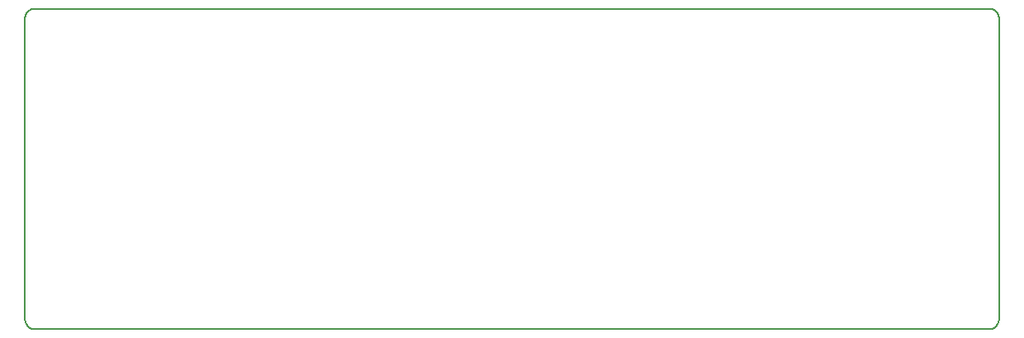
<source format=gm1>
G04*
G04 #@! TF.GenerationSoftware,Altium Limited,Altium Designer,20.0.2 (26)*
G04*
G04 Layer_Color=16711935*
%FSLAX25Y25*%
%MOIN*%
G70*
G01*
G75*
%ADD21C,0.00600*%
D21*
X194150Y-65220D02*
X195169Y-65086D01*
X196118Y-64693D01*
X196933Y-64067D01*
X197559Y-63252D01*
X197952Y-62302D01*
X198087Y-61283D01*
Y60764D02*
X197952Y61783D01*
X197559Y62732D01*
X196933Y63548D01*
X196118Y64173D01*
X195169Y64567D01*
X194150Y64701D01*
X-191677D02*
X-192696Y64567D01*
X-193646Y64173D01*
X-194461Y63548D01*
X-195087Y62732D01*
X-195480Y61783D01*
X-195614Y60764D01*
Y-61283D02*
X-195480Y-62302D01*
X-195087Y-63252D01*
X-194461Y-64067D01*
X-193646Y-64693D01*
X-192696Y-65086D01*
X-191677Y-65220D01*
X198087Y-61283D02*
Y60764D01*
X-195614Y-61283D02*
Y60764D01*
X167654Y-65220D02*
X194150D01*
X-131559D02*
X167654D01*
X-191677D02*
X-131559D01*
X-191677Y64701D02*
X-131559D01*
X167654D01*
X194150D01*
M02*

</source>
